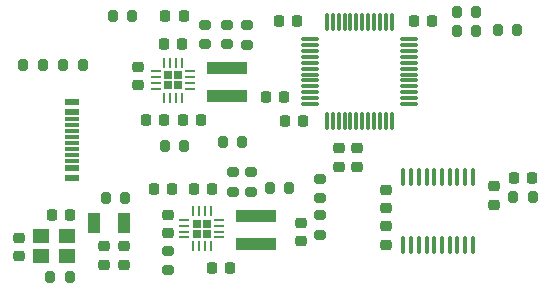
<source format=gbr>
%TF.GenerationSoftware,KiCad,Pcbnew,8.0.2-8.0.2-0~ubuntu22.04.1*%
%TF.CreationDate,2024-06-03T20:12:09+08:00*%
%TF.ProjectId,pcb-stm32,7063622d-7374-46d3-9332-2e6b69636164,rev?*%
%TF.SameCoordinates,Original*%
%TF.FileFunction,Paste,Top*%
%TF.FilePolarity,Positive*%
%FSLAX46Y46*%
G04 Gerber Fmt 4.6, Leading zero omitted, Abs format (unit mm)*
G04 Created by KiCad (PCBNEW 8.0.2-8.0.2-0~ubuntu22.04.1) date 2024-06-03 20:12:09*
%MOMM*%
%LPD*%
G01*
G04 APERTURE LIST*
G04 Aperture macros list*
%AMRoundRect*
0 Rectangle with rounded corners*
0 $1 Rounding radius*
0 $2 $3 $4 $5 $6 $7 $8 $9 X,Y pos of 4 corners*
0 Add a 4 corners polygon primitive as box body*
4,1,4,$2,$3,$4,$5,$6,$7,$8,$9,$2,$3,0*
0 Add four circle primitives for the rounded corners*
1,1,$1+$1,$2,$3*
1,1,$1+$1,$4,$5*
1,1,$1+$1,$6,$7*
1,1,$1+$1,$8,$9*
0 Add four rect primitives between the rounded corners*
20,1,$1+$1,$2,$3,$4,$5,0*
20,1,$1+$1,$4,$5,$6,$7,0*
20,1,$1+$1,$6,$7,$8,$9,0*
20,1,$1+$1,$8,$9,$2,$3,0*%
G04 Aperture macros list end*
%ADD10RoundRect,0.225000X0.250000X-0.225000X0.250000X0.225000X-0.250000X0.225000X-0.250000X-0.225000X0*%
%ADD11RoundRect,0.225000X0.225000X0.250000X-0.225000X0.250000X-0.225000X-0.250000X0.225000X-0.250000X0*%
%ADD12RoundRect,0.200000X0.200000X0.275000X-0.200000X0.275000X-0.200000X-0.275000X0.200000X-0.275000X0*%
%ADD13RoundRect,0.200000X-0.200000X-0.275000X0.200000X-0.275000X0.200000X0.275000X-0.200000X0.275000X0*%
%ADD14RoundRect,0.218750X0.256250X-0.218750X0.256250X0.218750X-0.256250X0.218750X-0.256250X-0.218750X0*%
%ADD15RoundRect,0.225000X-0.250000X0.225000X-0.250000X-0.225000X0.250000X-0.225000X0.250000X0.225000X0*%
%ADD16RoundRect,0.225000X-0.225000X-0.250000X0.225000X-0.250000X0.225000X0.250000X-0.225000X0.250000X0*%
%ADD17R,1.000000X1.800000*%
%ADD18RoundRect,0.200000X0.275000X-0.200000X0.275000X0.200000X-0.275000X0.200000X-0.275000X-0.200000X0*%
%ADD19RoundRect,0.182500X0.182500X0.182500X-0.182500X0.182500X-0.182500X-0.182500X0.182500X-0.182500X0*%
%ADD20RoundRect,0.062500X0.350000X0.062500X-0.350000X0.062500X-0.350000X-0.062500X0.350000X-0.062500X0*%
%ADD21RoundRect,0.062500X0.062500X0.350000X-0.062500X0.350000X-0.062500X-0.350000X0.062500X-0.350000X0*%
%ADD22R,3.400000X0.980000*%
%ADD23RoundRect,0.200000X-0.275000X0.200000X-0.275000X-0.200000X0.275000X-0.200000X0.275000X0.200000X0*%
%ADD24RoundRect,0.075000X0.075000X-0.662500X0.075000X0.662500X-0.075000X0.662500X-0.075000X-0.662500X0*%
%ADD25RoundRect,0.075000X0.662500X-0.075000X0.662500X0.075000X-0.662500X0.075000X-0.662500X-0.075000X0*%
%ADD26RoundRect,0.218750X-0.218750X-0.256250X0.218750X-0.256250X0.218750X0.256250X-0.218750X0.256250X0*%
%ADD27R,1.400000X1.200000*%
%ADD28RoundRect,0.100000X0.100000X-0.637500X0.100000X0.637500X-0.100000X0.637500X-0.100000X-0.637500X0*%
%ADD29R,1.240000X0.600000*%
%ADD30R,1.240000X0.300000*%
G04 APERTURE END LIST*
D10*
%TO.C,C5*%
X108100000Y-95325000D03*
X108100000Y-93775000D03*
%TD*%
D11*
%TO.C,C3*%
X151575000Y-88700000D03*
X150025000Y-88700000D03*
%TD*%
D10*
%TO.C,C10*%
X135200000Y-87775000D03*
X135200000Y-86225000D03*
%TD*%
D11*
%TO.C,C20*%
X121925000Y-77350000D03*
X120375000Y-77350000D03*
%TD*%
D12*
%TO.C,R26*%
X127025000Y-85700000D03*
X125375000Y-85700000D03*
%TD*%
D11*
%TO.C,C13*%
X131675000Y-75400000D03*
X130125000Y-75400000D03*
%TD*%
%TO.C,C22*%
X123525000Y-83850000D03*
X121975000Y-83850000D03*
%TD*%
D13*
%TO.C,R1*%
X148675000Y-76200000D03*
X150325000Y-76200000D03*
%TD*%
D14*
%TO.C,D1*%
X132000000Y-94087500D03*
X132000000Y-92512500D03*
%TD*%
D15*
%TO.C,C23*%
X139200000Y-92825000D03*
X139200000Y-94375000D03*
%TD*%
D10*
%TO.C,C17*%
X120700000Y-93375000D03*
X120700000Y-91825000D03*
%TD*%
D15*
%TO.C,C2*%
X115300000Y-94525000D03*
X115300000Y-96075000D03*
%TD*%
D11*
%TO.C,C14*%
X121075000Y-89700000D03*
X119525000Y-89700000D03*
%TD*%
D15*
%TO.C,C24*%
X139200000Y-89725000D03*
X139200000Y-91275000D03*
%TD*%
D11*
%TO.C,C4*%
X112475000Y-91850000D03*
X110925000Y-91850000D03*
%TD*%
D16*
%TO.C,C11*%
X129025000Y-81900000D03*
X130575000Y-81900000D03*
%TD*%
D17*
%TO.C,Y1*%
X117000000Y-92550000D03*
X114500000Y-92550000D03*
%TD*%
D11*
%TO.C,C21*%
X125975000Y-96350000D03*
X124425000Y-96350000D03*
%TD*%
D18*
%TO.C,R14*%
X126225000Y-89890000D03*
X126225000Y-88240000D03*
%TD*%
D19*
%TO.C,U5*%
X121582500Y-80872500D03*
X121582500Y-80032500D03*
X120742500Y-80872500D03*
X120742500Y-80032500D03*
D20*
X122625000Y-81202500D03*
X122625000Y-80702500D03*
X122625000Y-80202500D03*
X122625000Y-79702500D03*
D21*
X121912500Y-78990000D03*
X121412500Y-78990000D03*
X120912500Y-78990000D03*
X120412500Y-78990000D03*
D20*
X119700000Y-79702500D03*
X119700000Y-80202500D03*
X119700000Y-80702500D03*
X119700000Y-81202500D03*
D21*
X120412500Y-81915000D03*
X120912500Y-81915000D03*
X121412500Y-81915000D03*
X121912500Y-81915000D03*
%TD*%
D13*
%TO.C,R4*%
X110775000Y-97150000D03*
X112425000Y-97150000D03*
%TD*%
D22*
%TO.C,L2*%
X125700000Y-79430000D03*
X125700000Y-81800000D03*
%TD*%
D13*
%TO.C,R18*%
X120475000Y-86000000D03*
X122125000Y-86000000D03*
%TD*%
D23*
%TO.C,R17*%
X120700000Y-94875000D03*
X120700000Y-96525000D03*
%TD*%
D12*
%TO.C,R22*%
X113525000Y-79200000D03*
X111875000Y-79200000D03*
%TD*%
D11*
%TO.C,C15*%
X120437500Y-83852500D03*
X118887500Y-83852500D03*
%TD*%
D12*
%TO.C,R20*%
X117725000Y-75000000D03*
X116075000Y-75000000D03*
%TD*%
D24*
%TO.C,U2*%
X134190000Y-83882500D03*
X134690000Y-83882500D03*
X135190000Y-83882500D03*
X135690000Y-83882500D03*
X136190000Y-83882500D03*
X136690000Y-83882500D03*
X137190000Y-83882500D03*
X137690000Y-83882500D03*
X138190000Y-83882500D03*
X138690000Y-83882500D03*
X139190000Y-83882500D03*
X139690000Y-83882500D03*
D25*
X141102500Y-82470000D03*
X141102500Y-81970000D03*
X141102500Y-81470000D03*
X141102500Y-80970000D03*
X141102500Y-80470000D03*
X141102500Y-79970000D03*
X141102500Y-79470000D03*
X141102500Y-78970000D03*
X141102500Y-78470000D03*
X141102500Y-77970000D03*
X141102500Y-77470000D03*
X141102500Y-76970000D03*
D24*
X139690000Y-75557500D03*
X139190000Y-75557500D03*
X138690000Y-75557500D03*
X138190000Y-75557500D03*
X137690000Y-75557500D03*
X137190000Y-75557500D03*
X136690000Y-75557500D03*
X136190000Y-75557500D03*
X135690000Y-75557500D03*
X135190000Y-75557500D03*
X134690000Y-75557500D03*
X134190000Y-75557500D03*
D25*
X132777500Y-76970000D03*
X132777500Y-77470000D03*
X132777500Y-77970000D03*
X132777500Y-78470000D03*
X132777500Y-78970000D03*
X132777500Y-79470000D03*
X132777500Y-79970000D03*
X132777500Y-80470000D03*
X132777500Y-80970000D03*
X132777500Y-81470000D03*
X132777500Y-81970000D03*
X132777500Y-82470000D03*
%TD*%
D18*
%TO.C,R16*%
X123900000Y-77415000D03*
X123900000Y-75765000D03*
%TD*%
D13*
%TO.C,R2*%
X115475000Y-90400000D03*
X117125000Y-90400000D03*
%TD*%
D12*
%TO.C,R11*%
X131025000Y-89550000D03*
X129375000Y-89550000D03*
%TD*%
%TO.C,R23*%
X110125000Y-79200000D03*
X108475000Y-79200000D03*
%TD*%
D23*
%TO.C,R12*%
X127400000Y-75775000D03*
X127400000Y-77425000D03*
%TD*%
D11*
%TO.C,C16*%
X132175000Y-83900000D03*
X130625000Y-83900000D03*
%TD*%
D18*
%TO.C,R13*%
X127800000Y-89890000D03*
X127800000Y-88240000D03*
%TD*%
D14*
%TO.C,D3*%
X148300000Y-90987500D03*
X148300000Y-89412500D03*
%TD*%
D13*
%TO.C,R24*%
X145200000Y-74700000D03*
X146850000Y-74700000D03*
%TD*%
%TO.C,R25*%
X145200000Y-76300000D03*
X146850000Y-76300000D03*
%TD*%
D19*
%TO.C,U4*%
X124015000Y-93435000D03*
X124015000Y-92595000D03*
X123175000Y-93435000D03*
X123175000Y-92595000D03*
D20*
X125057500Y-93765000D03*
X125057500Y-93265000D03*
X125057500Y-92765000D03*
X125057500Y-92265000D03*
D21*
X124345000Y-91552500D03*
X123845000Y-91552500D03*
X123345000Y-91552500D03*
X122845000Y-91552500D03*
D20*
X122132500Y-92265000D03*
X122132500Y-92765000D03*
X122132500Y-93265000D03*
X122132500Y-93765000D03*
D21*
X122845000Y-94477500D03*
X123345000Y-94477500D03*
X123845000Y-94477500D03*
X124345000Y-94477500D03*
%TD*%
D26*
%TO.C,D2*%
X120512500Y-75000000D03*
X122087500Y-75000000D03*
%TD*%
D22*
%TO.C,L1*%
X128200000Y-91965000D03*
X128200000Y-94335000D03*
%TD*%
D10*
%TO.C,C9*%
X136750000Y-87775000D03*
X136750000Y-86225000D03*
%TD*%
D18*
%TO.C,R19*%
X133600000Y-93525000D03*
X133600000Y-91875000D03*
%TD*%
D10*
%TO.C,C18*%
X118200000Y-80875000D03*
X118200000Y-79325000D03*
%TD*%
D18*
%TO.C,R15*%
X125700000Y-77415000D03*
X125700000Y-75765000D03*
%TD*%
D15*
%TO.C,C1*%
X117000000Y-94525000D03*
X117000000Y-96075000D03*
%TD*%
D18*
%TO.C,R3*%
X133600000Y-90425000D03*
X133600000Y-88775000D03*
%TD*%
D13*
%TO.C,R21*%
X149975000Y-90325000D03*
X151625000Y-90325000D03*
%TD*%
D27*
%TO.C,Y2*%
X112200000Y-93600000D03*
X110000000Y-93600000D03*
X110000000Y-95300000D03*
X112200000Y-95300000D03*
%TD*%
D11*
%TO.C,C19*%
X124475000Y-89665000D03*
X122925000Y-89665000D03*
%TD*%
D16*
%TO.C,C12*%
X141525000Y-75400000D03*
X143075000Y-75400000D03*
%TD*%
D28*
%TO.C,U3*%
X140675000Y-94362500D03*
X141325000Y-94362500D03*
X141975000Y-94362500D03*
X142625000Y-94362500D03*
X143275000Y-94362500D03*
X143925000Y-94362500D03*
X144575000Y-94362500D03*
X145225000Y-94362500D03*
X145875000Y-94362500D03*
X146525000Y-94362500D03*
X146525000Y-88637500D03*
X145875000Y-88637500D03*
X145225000Y-88637500D03*
X144575000Y-88637500D03*
X143925000Y-88637500D03*
X143275000Y-88637500D03*
X142625000Y-88637500D03*
X141975000Y-88637500D03*
X141325000Y-88637500D03*
X140675000Y-88637500D03*
%TD*%
D29*
%TO.C,J1*%
X112575000Y-82300000D03*
X112575000Y-83100000D03*
D30*
X112575000Y-84250000D03*
X112575000Y-85250000D03*
X112575000Y-85750000D03*
X112575000Y-86750000D03*
D29*
X112575000Y-87900000D03*
X112575000Y-88700000D03*
X112575000Y-88700000D03*
X112575000Y-87900000D03*
D30*
X112575000Y-87250000D03*
X112575000Y-86250000D03*
X112575000Y-84750000D03*
X112575000Y-83750000D03*
D29*
X112575000Y-83100000D03*
X112575000Y-82300000D03*
%TD*%
M02*

</source>
